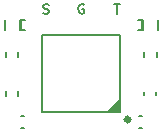
<source format=gbr>
%TF.GenerationSoftware,KiCad,Pcbnew,7.0.2-6a45011f42~172~ubuntu22.04.1*%
%TF.CreationDate,2023-05-29T23:15:52+12:00*%
%TF.ProjectId,THE_BRAWN-20A_LOGIC,5448455f-4252-4415-974e-2d3230415f4c,v2.0*%
%TF.SameCoordinates,Original*%
%TF.FileFunction,Legend,Top*%
%TF.FilePolarity,Positive*%
%FSLAX46Y46*%
G04 Gerber Fmt 4.6, Leading zero omitted, Abs format (unit mm)*
G04 Created by KiCad (PCBNEW 7.0.2-6a45011f42~172~ubuntu22.04.1) date 2023-05-29 23:15:52*
%MOMM*%
%LPD*%
G01*
G04 APERTURE LIST*
%ADD10C,0.150000*%
%ADD11C,0.500000*%
%ADD12C,0.120000*%
G04 APERTURE END LIST*
D10*
X148250000Y-153425000D02*
X148750000Y-153425000D01*
X148500000Y-153425000D02*
X148500000Y-154225000D01*
X142271428Y-154182000D02*
X142385714Y-154220095D01*
X142385714Y-154220095D02*
X142576190Y-154220095D01*
X142576190Y-154220095D02*
X142652381Y-154182000D01*
X142652381Y-154182000D02*
X142690476Y-154143904D01*
X142690476Y-154143904D02*
X142728571Y-154067714D01*
X142728571Y-154067714D02*
X142728571Y-153991523D01*
X142728571Y-153991523D02*
X142690476Y-153915333D01*
X142690476Y-153915333D02*
X142652381Y-153877238D01*
X142652381Y-153877238D02*
X142576190Y-153839142D01*
X142576190Y-153839142D02*
X142423809Y-153801047D01*
X142423809Y-153801047D02*
X142347619Y-153762952D01*
X142347619Y-153762952D02*
X142309524Y-153724857D01*
X142309524Y-153724857D02*
X142271428Y-153648666D01*
X142271428Y-153648666D02*
X142271428Y-153572476D01*
X142271428Y-153572476D02*
X142309524Y-153496285D01*
X142309524Y-153496285D02*
X142347619Y-153458190D01*
X142347619Y-153458190D02*
X142423809Y-153420095D01*
X142423809Y-153420095D02*
X142614286Y-153420095D01*
X142614286Y-153420095D02*
X142728571Y-153458190D01*
X145709523Y-153458190D02*
X145633333Y-153420095D01*
X145633333Y-153420095D02*
X145519047Y-153420095D01*
X145519047Y-153420095D02*
X145404761Y-153458190D01*
X145404761Y-153458190D02*
X145328571Y-153534380D01*
X145328571Y-153534380D02*
X145290476Y-153610571D01*
X145290476Y-153610571D02*
X145252380Y-153762952D01*
X145252380Y-153762952D02*
X145252380Y-153877238D01*
X145252380Y-153877238D02*
X145290476Y-154029619D01*
X145290476Y-154029619D02*
X145328571Y-154105809D01*
X145328571Y-154105809D02*
X145404761Y-154182000D01*
X145404761Y-154182000D02*
X145519047Y-154220095D01*
X145519047Y-154220095D02*
X145595238Y-154220095D01*
X145595238Y-154220095D02*
X145709523Y-154182000D01*
X145709523Y-154182000D02*
X145747619Y-154143904D01*
X145747619Y-154143904D02*
X145747619Y-153877238D01*
X145747619Y-153877238D02*
X145595238Y-153877238D01*
%TO.C,R2*%
X139127500Y-161237258D02*
X139127500Y-160762742D01*
X140172500Y-161237258D02*
X140172500Y-160762742D01*
%TO.C,R10*%
X151872500Y-157462742D02*
X151872500Y-157937258D01*
X150827500Y-157462742D02*
X150827500Y-157937258D01*
%TO.C,R8*%
X140172500Y-157462742D02*
X140172500Y-157937258D01*
X139127500Y-157462742D02*
X139127500Y-157937258D01*
%TO.C,C5*%
X151860000Y-160859420D02*
X151860000Y-161140580D01*
X150840000Y-160859420D02*
X150840000Y-161140580D01*
%TO.C,C9*%
X140640580Y-163910000D02*
X140359420Y-163910000D01*
X140640580Y-162890000D02*
X140359420Y-162890000D01*
%TO.C,U1*%
X148800000Y-156000000D02*
X142200000Y-156000000D01*
X142200000Y-156000000D02*
X142200000Y-162600000D01*
X142200000Y-162600000D02*
X148800000Y-162600000D01*
X148800000Y-162600000D02*
X148800000Y-156000000D01*
D11*
X149500000Y-163200000D02*
G75*
G03*
X149500000Y-163200000I-100000J0D01*
G01*
D12*
X148800000Y-162600000D02*
X147600000Y-162600000D01*
X148800000Y-161400000D01*
X148800000Y-162600000D01*
G36*
X148800000Y-162600000D02*
G01*
X147600000Y-162600000D01*
X148800000Y-161400000D01*
X148800000Y-162600000D01*
G37*
D10*
%TO.C,C7*%
X150359420Y-162890000D02*
X150640580Y-162890000D01*
X150359420Y-163910000D02*
X150640580Y-163910000D01*
%TO.C,DS2*%
X151985000Y-155600000D02*
X151985000Y-154800000D01*
X150700000Y-155600000D02*
X150300000Y-155600000D01*
X150700000Y-154800000D02*
X150300000Y-154800000D01*
X150700000Y-155600000D02*
X150600000Y-155600000D01*
X150600000Y-155600000D02*
X150600000Y-154800000D01*
X150600000Y-154800000D02*
X150700000Y-154800000D01*
X150700000Y-154800000D02*
X150700000Y-155600000D01*
G36*
X150700000Y-155600000D02*
G01*
X150600000Y-155600000D01*
X150600000Y-154800000D01*
X150700000Y-154800000D01*
X150700000Y-155600000D01*
G37*
%TO.C,DS1*%
X139015000Y-154800000D02*
X139015000Y-155600000D01*
X140300000Y-154800000D02*
X140700000Y-154800000D01*
X140300000Y-155600000D02*
X140700000Y-155600000D01*
X140300000Y-154800000D02*
X140400000Y-154800000D01*
X140400000Y-154800000D02*
X140400000Y-155600000D01*
X140400000Y-155600000D02*
X140300000Y-155600000D01*
X140300000Y-155600000D02*
X140300000Y-154800000D01*
G36*
X140300000Y-154800000D02*
G01*
X140400000Y-154800000D01*
X140400000Y-155600000D01*
X140300000Y-155600000D01*
X140300000Y-154800000D01*
G37*
%TD*%
M02*

</source>
